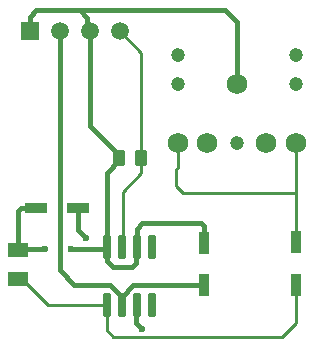
<source format=gtl>
G04*
G04 #@! TF.GenerationSoftware,Altium Limited,Altium Designer,22.4.2 (48)*
G04*
G04 Layer_Physical_Order=1*
G04 Layer_Color=255*
%FSLAX25Y25*%
%MOIN*%
G70*
G04*
G04 #@! TF.SameCoordinates,A7B2FA79-C280-4DBA-8CE8-1A1C5EA3F58B*
G04*
G04*
G04 #@! TF.FilePolarity,Positive*
G04*
G01*
G75*
%ADD14C,0.01000*%
G04:AMPARAMS|DCode=15|XSize=39.37mil|YSize=55.91mil|CornerRadius=4.92mil|HoleSize=0mil|Usage=FLASHONLY|Rotation=180.000|XOffset=0mil|YOffset=0mil|HoleType=Round|Shape=RoundedRectangle|*
%AMROUNDEDRECTD15*
21,1,0.03937,0.04606,0,0,180.0*
21,1,0.02953,0.05591,0,0,180.0*
1,1,0.00984,-0.01476,0.02303*
1,1,0.00984,0.01476,0.02303*
1,1,0.00984,0.01476,-0.02303*
1,1,0.00984,-0.01476,-0.02303*
%
%ADD15ROUNDEDRECTD15*%
%ADD16R,0.03543X0.07284*%
G04:AMPARAMS|DCode=17|XSize=77.56mil|YSize=23.62mil|CornerRadius=2.95mil|HoleSize=0mil|Usage=FLASHONLY|Rotation=270.000|XOffset=0mil|YOffset=0mil|HoleType=Round|Shape=RoundedRectangle|*
%AMROUNDEDRECTD17*
21,1,0.07756,0.01772,0,0,270.0*
21,1,0.07165,0.02362,0,0,270.0*
1,1,0.00591,-0.00886,-0.03583*
1,1,0.00591,-0.00886,0.03583*
1,1,0.00591,0.00886,0.03583*
1,1,0.00591,0.00886,-0.03583*
%
%ADD17ROUNDEDRECTD17*%
%ADD18R,0.07284X0.03543*%
%ADD19R,0.07165X0.04567*%
%ADD27C,0.04700*%
%ADD31C,0.01575*%
%ADD32C,0.06900*%
%ADD33C,0.05937*%
%ADD34R,0.05937X0.05937*%
%ADD35C,0.02362*%
D14*
X-20398Y-114886D02*
X-15748Y-110236D01*
X-76536Y-114886D02*
X-20398D01*
X-78819Y-112603D02*
X-76536Y-114886D01*
X-68894Y-104170D02*
X-68819Y-104095D01*
X-15748Y-66732D02*
Y-50197D01*
Y-83268D02*
Y-66732D01*
X-55118Y-58371D02*
Y-50197D01*
X-55688Y-58942D02*
X-55118Y-58371D01*
X-55688Y-64391D02*
X-53347Y-66732D01*
X-55688Y-64391D02*
Y-58942D01*
X-53347Y-66732D02*
X-15748D01*
Y-110236D02*
Y-97441D01*
X-78819Y-112603D02*
Y-104095D01*
X-108268Y-95393D02*
X-106968D01*
X-98267Y-104095D01*
X-78819D01*
X-79500Y-85630D02*
X-78819Y-84949D01*
Y-84646D01*
X-73819D02*
X-73327Y-84153D01*
Y-66437D01*
X-67185Y-60295D02*
Y-55118D01*
X-73327Y-66437D02*
X-67185Y-60295D01*
Y-55118D02*
Y-20098D01*
X-74488Y-12795D02*
X-67185Y-20098D01*
D15*
Y-55118D02*
D03*
X-74547D02*
D03*
D16*
X-15748Y-83268D02*
D03*
Y-97441D02*
D03*
X-46260Y-83465D02*
D03*
Y-97638D02*
D03*
D17*
X-63819Y-84646D02*
D03*
X-68819D02*
D03*
X-73819D02*
D03*
X-78819D02*
D03*
Y-104095D02*
D03*
X-73819D02*
D03*
X-68819D02*
D03*
X-63819D02*
D03*
D18*
X-102362Y-71850D02*
D03*
X-88189D02*
D03*
D19*
X-108268Y-85710D02*
D03*
Y-95393D02*
D03*
D27*
X-55118Y-20669D02*
D03*
X-15748D02*
D03*
X-55118Y-30512D02*
D03*
X-15748D02*
D03*
X-35433Y-50197D02*
D03*
D31*
X-68894Y-110240D02*
Y-104170D01*
Y-110240D02*
X-66929Y-112205D01*
X-88189Y-79134D02*
Y-71850D01*
Y-79134D02*
X-85630Y-81693D01*
X-108268Y-85710D02*
Y-72835D01*
X-107283Y-71850D02*
X-102362D01*
X-108268Y-72835D02*
X-107283Y-71850D01*
X-78819Y-89488D02*
Y-84949D01*
X-90551Y-85630D02*
X-79500D01*
X-108188D02*
X-99409D01*
X-108268Y-85710D02*
X-108188Y-85630D01*
X-39370Y-5906D02*
X-35433Y-9843D01*
Y-30512D02*
Y-9843D01*
X-87598Y-5906D02*
X-39370D01*
X-73819Y-101398D02*
X-69862Y-97441D01*
X-46457D02*
X-46260Y-97638D01*
X-69862Y-97441D02*
X-46457D01*
X-73819Y-104095D02*
Y-101398D01*
X-68956Y-84783D02*
X-68819Y-84646D01*
X-76772Y-91535D02*
X-70468D01*
X-68956Y-90024D02*
Y-84783D01*
X-70468Y-91535D02*
X-68956Y-90024D01*
X-78819Y-89488D02*
X-76772Y-91535D01*
X-46260Y-83465D02*
Y-77756D01*
X-66929Y-76772D02*
X-47244D01*
X-46260Y-77756D01*
X-68819Y-78661D02*
X-66929Y-76772D01*
X-68819Y-84646D02*
Y-78661D01*
X-94488Y-92520D02*
Y-12795D01*
Y-92520D02*
X-89567Y-97441D01*
X-77776D02*
X-73819Y-101398D01*
X-89567Y-97441D02*
X-77776D01*
X-74547Y-55945D02*
Y-55118D01*
X-78819Y-60216D02*
X-74547Y-55945D01*
X-78819Y-84646D02*
Y-60216D01*
X-84488Y-44350D02*
X-74547Y-54291D01*
X-84488Y-44350D02*
Y-12795D01*
X-74547Y-55118D02*
Y-54291D01*
X-85177Y-12106D02*
Y-8327D01*
Y-12106D02*
X-84488Y-12795D01*
X-87598Y-5906D02*
X-85177Y-8327D01*
X-102362Y-5906D02*
X-87598D01*
X-104488Y-12795D02*
Y-8032D01*
X-102362Y-5906D01*
D32*
X-35433Y-30512D02*
D03*
X-55118Y-50197D02*
D03*
X-45276D02*
D03*
X-25591D02*
D03*
X-15748D02*
D03*
D33*
X-84488Y-12795D02*
D03*
X-94488D02*
D03*
X-74488D02*
D03*
D34*
X-104488D02*
D03*
D35*
X-66929Y-112205D02*
D03*
X-85630Y-81693D02*
D03*
X-90551Y-85630D02*
D03*
X-99409D02*
D03*
M02*

</source>
